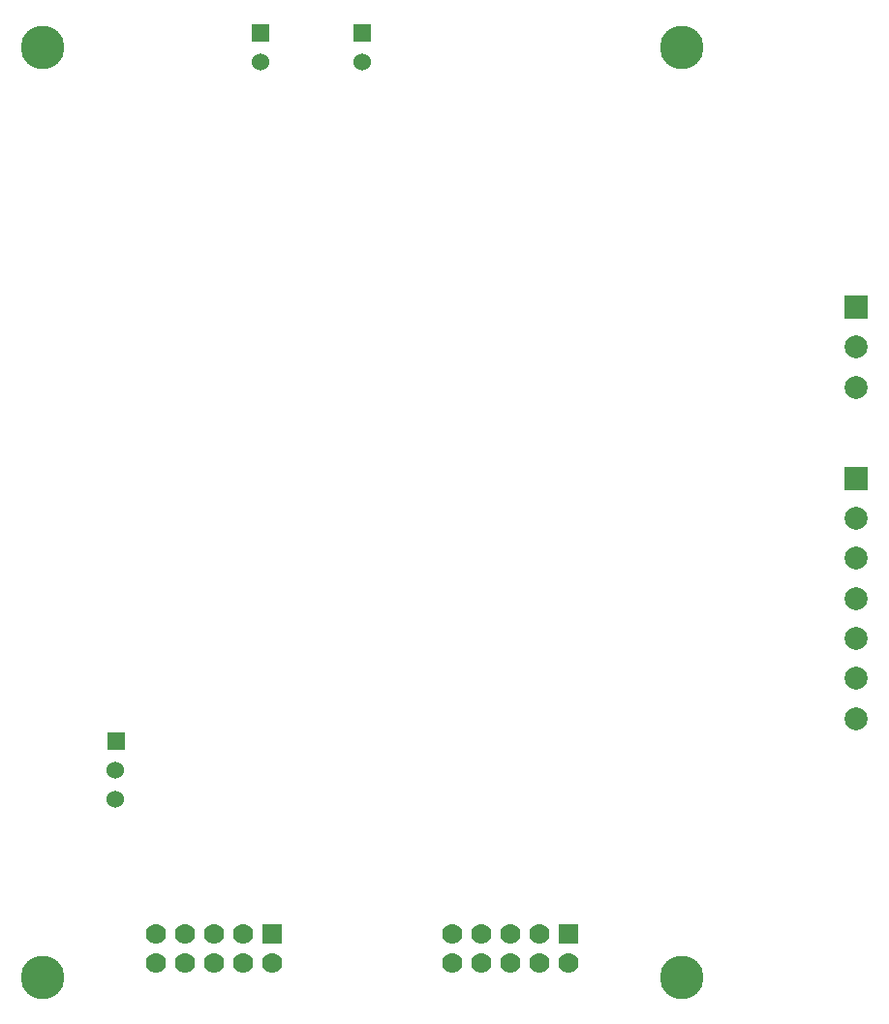
<source format=gbs>
G04 (created by PCBNEW (2013-jul-07)-stable) date Thu 19 Jul 2018 04:00:03 PM PDT*
%MOIN*%
G04 Gerber Fmt 3.4, Leading zero omitted, Abs format*
%FSLAX34Y34*%
G01*
G70*
G90*
G04 APERTURE LIST*
%ADD10C,0.00590551*%
%ADD11R,0.06X0.06*%
%ADD12C,0.06*%
%ADD13R,0.0787402X0.0787402*%
%ADD14C,0.0787402*%
%ADD15R,0.07X0.07*%
%ADD16C,0.07*%
%ADD17C,0.15*%
G04 APERTURE END LIST*
G54D10*
G54D11*
X34010Y-55350D03*
G54D12*
X33980Y-56350D03*
X33980Y-57350D03*
G54D11*
X39000Y-31000D03*
G54D12*
X39000Y-32000D03*
G54D11*
X42500Y-31000D03*
G54D12*
X42500Y-32000D03*
G54D13*
X59500Y-46316D03*
G54D14*
X59500Y-47694D03*
X59500Y-49072D03*
X59500Y-50450D03*
X59500Y-51827D03*
X59500Y-53205D03*
X59500Y-54583D03*
X59500Y-41800D03*
G54D13*
X59500Y-40422D03*
G54D14*
X59500Y-43178D03*
G54D15*
X39400Y-62000D03*
G54D16*
X39400Y-63000D03*
X38400Y-62000D03*
X38400Y-63000D03*
X37400Y-62000D03*
X37400Y-63000D03*
X36400Y-62000D03*
X36400Y-63000D03*
X35400Y-62000D03*
X35400Y-63000D03*
G54D15*
X49600Y-62000D03*
G54D16*
X49600Y-63000D03*
X48600Y-62000D03*
X48600Y-63000D03*
X47600Y-62000D03*
X47600Y-63000D03*
X46600Y-62000D03*
X46600Y-63000D03*
X45600Y-62000D03*
X45600Y-63000D03*
G54D17*
X31500Y-31500D03*
X53500Y-31500D03*
X53500Y-63500D03*
X31500Y-63500D03*
M02*

</source>
